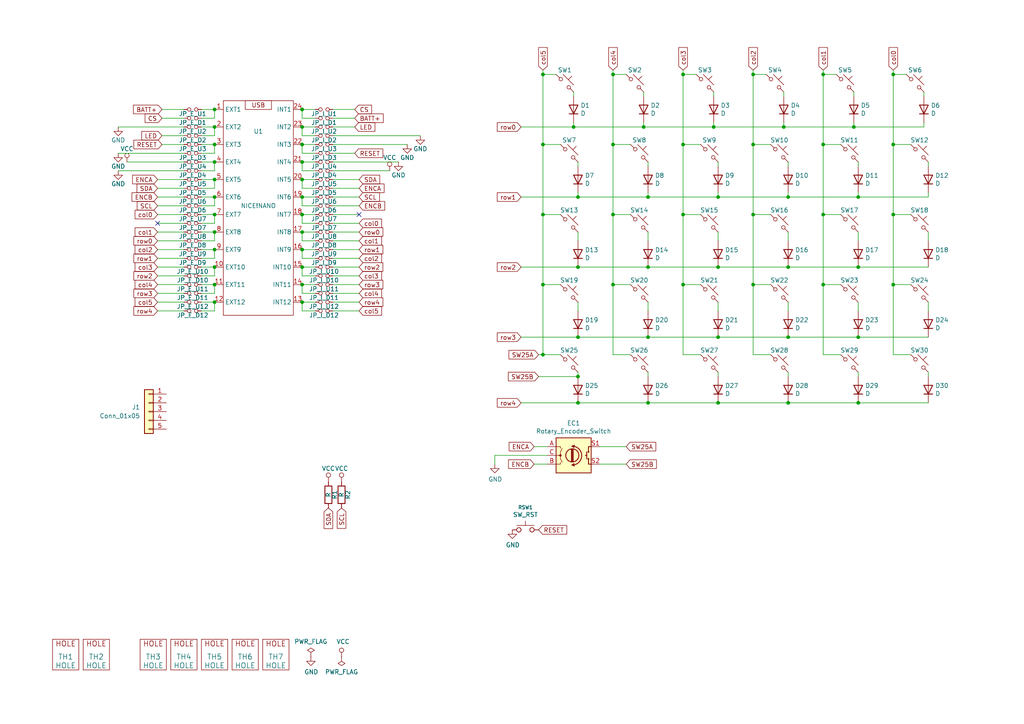
<source format=kicad_sch>
(kicad_sch (version 20230121) (generator eeschema)
  (paper "A4")
  (junction (at 228.6 57.15))
  (junction (at 238.76 62.23))
  (junction (at 87.63 72.39))
  (junction (at 167.64 97.79))
  (junction (at 62.23 67.31))
  (junction (at 87.63 57.15))
  (junction (at 259.08 41.91))
  (junction (at 198.12 82.55))
  (junction (at 218.44 82.55))
  (junction (at 198.12 62.23))
  (junction (at 228.6 77.47))
  (junction (at 87.63 82.55))
  (junction (at 177.8 21.59))
  (junction (at 62.23 62.23))
  (junction (at 259.08 82.55))
  (junction (at 87.63 62.23))
  (junction (at 62.23 36.83))
  (junction (at 248.92 57.15))
  (junction (at 62.23 77.47))
  (junction (at 218.44 62.23))
  (junction (at 167.64 77.47))
  (junction (at 248.92 116.84))
  (junction (at 62.23 72.39))
  (junction (at 238.76 21.59))
  (junction (at 166.37 36.83))
  (junction (at 248.92 97.79))
  (junction (at 248.92 77.47))
  (junction (at 157.48 82.55))
  (junction (at 187.96 57.15))
  (junction (at 62.23 46.99))
  (junction (at 87.63 46.99))
  (junction (at 87.63 31.75))
  (junction (at 238.76 41.91))
  (junction (at 62.23 82.55))
  (junction (at 167.64 57.15))
  (junction (at 87.63 36.83))
  (junction (at 247.65 36.83))
  (junction (at 62.23 57.15))
  (junction (at 218.44 21.59))
  (junction (at 238.76 82.55))
  (junction (at 208.28 97.79))
  (junction (at 208.28 77.47))
  (junction (at 228.6 97.79))
  (junction (at 157.48 41.91))
  (junction (at 198.12 21.59))
  (junction (at 208.28 116.84))
  (junction (at 198.12 41.91))
  (junction (at 62.23 87.63))
  (junction (at 187.96 77.47))
  (junction (at 87.63 41.91))
  (junction (at 187.96 97.79))
  (junction (at 177.8 82.55))
  (junction (at 157.48 62.23))
  (junction (at 157.48 21.59))
  (junction (at 207.01 36.83))
  (junction (at 187.96 116.84))
  (junction (at 167.64 109.22))
  (junction (at 87.63 87.63))
  (junction (at 87.63 52.07))
  (junction (at 177.8 62.23))
  (junction (at 259.08 62.23))
  (junction (at 228.6 116.84))
  (junction (at 167.64 116.84))
  (junction (at 208.28 57.15))
  (junction (at 62.23 52.07))
  (junction (at 87.63 67.31))
  (junction (at 157.48 102.87))
  (junction (at 62.23 41.91))
  (junction (at 218.44 41.91))
  (junction (at 227.33 36.83))
  (junction (at 186.69 36.83))
  (junction (at 259.08 21.59))
  (junction (at 62.23 31.75))
  (junction (at 177.8 41.91))
  (junction (at 87.63 77.47))
  (no_connect (at 104.14 62.23))
  (no_connect (at 45.72 64.77))
  (wire (pts (xy 248.92 116.84) (xy 269.24 116.84)))
  (wire (pts (xy 186.69 26.67) (xy 186.69 27.94)))
  (wire (pts (xy 96.52 34.29) (xy 102.87 34.29)))
  (wire (pts (xy 259.08 82.55) (xy 264.16 82.55)))
  (wire (pts (xy 248.92 87.63) (xy 248.92 90.17)))
  (wire (pts (xy 91.44 44.45) (xy 87.63 44.45)))
  (wire (pts (xy 91.44 90.17) (xy 87.63 90.17)))
  (wire (pts (xy 259.08 82.55) (xy 259.08 102.87)))
  (wire (pts (xy 87.63 82.55) (xy 91.44 82.55)))
  (wire (pts (xy 91.44 80.01) (xy 87.63 80.01)))
  (wire (pts (xy 58.42 64.77) (xy 62.23 64.77)))
  (wire (pts (xy 45.72 72.39) (xy 53.34 72.39)))
  (wire (pts (xy 58.42 57.15) (xy 62.23 57.15)))
  (wire (pts (xy 87.63 62.23) (xy 91.44 62.23)))
  (wire (pts (xy 177.8 21.59) (xy 177.8 41.91)))
  (wire (pts (xy 167.64 77.47) (xy 151.13 77.47)))
  (wire (pts (xy 269.24 55.88) (xy 269.24 57.15)))
  (wire (pts (xy 162.56 102.87) (xy 157.48 102.87)))
  (wire (pts (xy 269.24 67.31) (xy 269.24 69.85)))
  (wire (pts (xy 259.08 41.91) (xy 264.16 41.91)))
  (wire (pts (xy 208.28 48.26) (xy 208.28 46.99)))
  (wire (pts (xy 198.12 21.59) (xy 198.12 41.91)))
  (wire (pts (xy 58.42 36.83) (xy 62.23 36.83)))
  (wire (pts (xy 166.37 36.83) (xy 151.13 36.83)))
  (wire (pts (xy 62.23 80.01) (xy 62.23 77.47)))
  (wire (pts (xy 218.44 82.55) (xy 223.52 82.55)))
  (wire (pts (xy 269.24 87.63) (xy 269.24 90.17)))
  (wire (pts (xy 58.42 59.69) (xy 62.23 59.69)))
  (wire (pts (xy 45.72 74.93) (xy 53.34 74.93)))
  (wire (pts (xy 207.01 35.56) (xy 207.01 36.83)))
  (wire (pts (xy 154.94 129.54) (xy 158.75 129.54)))
  (wire (pts (xy 87.63 74.93) (xy 87.63 72.39)))
  (wire (pts (xy 166.37 35.56) (xy 166.37 36.83)))
  (wire (pts (xy 96.52 74.93) (xy 104.14 74.93)))
  (wire (pts (xy 45.72 80.01) (xy 53.34 80.01)))
  (wire (pts (xy 96.52 87.63) (xy 104.14 87.63)))
  (wire (pts (xy 259.08 62.23) (xy 259.08 82.55)))
  (wire (pts (xy 96.52 80.01) (xy 104.14 80.01)))
  (wire (pts (xy 58.42 77.47) (xy 62.23 77.47)))
  (wire (pts (xy 45.72 54.61) (xy 53.34 54.61)))
  (wire (pts (xy 247.65 26.67) (xy 247.65 27.94)))
  (wire (pts (xy 157.48 41.91) (xy 157.48 62.23)))
  (wire (pts (xy 58.42 87.63) (xy 62.23 87.63)))
  (wire (pts (xy 96.52 36.83) (xy 102.87 36.83)))
  (wire (pts (xy 87.63 67.31) (xy 91.44 67.31)))
  (wire (pts (xy 87.63 46.99) (xy 87.63 49.53)))
  (wire (pts (xy 58.42 80.01) (xy 62.23 80.01)))
  (wire (pts (xy 87.63 54.61) (xy 87.63 52.07)))
  (wire (pts (xy 104.14 62.23) (xy 96.52 62.23)))
  (wire (pts (xy 208.28 87.63) (xy 208.28 90.17)))
  (wire (pts (xy 87.63 46.99) (xy 91.44 46.99)))
  (wire (pts (xy 228.6 57.15) (xy 248.92 57.15)))
  (wire (pts (xy 96.52 31.75) (xy 102.87 31.75)))
  (wire (pts (xy 45.72 77.47) (xy 53.34 77.47)))
  (wire (pts (xy 238.76 41.91) (xy 243.84 41.91)))
  (wire (pts (xy 45.72 52.07) (xy 53.34 52.07)))
  (wire (pts (xy 218.44 41.91) (xy 218.44 62.23)))
  (wire (pts (xy 208.28 97.79) (xy 228.6 97.79)))
  (wire (pts (xy 58.42 31.75) (xy 62.23 31.75)))
  (wire (pts (xy 45.72 90.17) (xy 53.34 90.17)))
  (wire (pts (xy 157.48 21.59) (xy 157.48 41.91)))
  (wire (pts (xy 187.96 67.31) (xy 187.96 69.85)))
  (wire (pts (xy 259.08 20.32) (xy 259.08 21.59)))
  (wire (pts (xy 198.12 41.91) (xy 198.12 62.23)))
  (wire (pts (xy 208.28 116.84) (xy 228.6 116.84)))
  (wire (pts (xy 157.48 102.87) (xy 157.48 82.55)))
  (wire (pts (xy 154.94 134.62) (xy 158.75 134.62)))
  (wire (pts (xy 228.6 97.79) (xy 248.92 97.79)))
  (wire (pts (xy 243.84 102.87) (xy 238.76 102.87)))
  (wire (pts (xy 96.52 57.15) (xy 104.14 57.15)))
  (wire (pts (xy 62.23 59.69) (xy 62.23 57.15)))
  (wire (pts (xy 157.48 62.23) (xy 157.48 82.55)))
  (wire (pts (xy 62.23 34.29) (xy 62.23 31.75)))
  (wire (pts (xy 247.65 35.56) (xy 247.65 36.83)))
  (wire (pts (xy 259.08 21.59) (xy 259.08 41.91)))
  (wire (pts (xy 208.28 67.31) (xy 208.28 69.85)))
  (wire (pts (xy 167.64 87.63) (xy 167.64 90.17)))
  (wire (pts (xy 167.64 55.88) (xy 167.64 57.15)))
  (wire (pts (xy 96.52 59.69) (xy 104.14 59.69)))
  (wire (pts (xy 34.29 36.83) (xy 53.34 36.83)))
  (wire (pts (xy 58.42 39.37) (xy 62.23 39.37)))
  (wire (pts (xy 58.42 72.39) (xy 62.23 72.39)))
  (wire (pts (xy 238.76 82.55) (xy 243.84 82.55)))
  (wire (pts (xy 45.72 85.09) (xy 53.34 85.09)))
  (wire (pts (xy 248.92 77.47) (xy 269.24 77.47)))
  (wire (pts (xy 46.99 39.37) (xy 53.34 39.37)))
  (wire (pts (xy 87.63 80.01) (xy 87.63 77.47)))
  (wire (pts (xy 45.72 62.23) (xy 53.34 62.23)))
  (wire (pts (xy 238.76 62.23) (xy 243.84 62.23)))
  (wire (pts (xy 228.6 67.31) (xy 228.6 69.85)))
  (wire (pts (xy 218.44 21.59) (xy 218.44 41.91)))
  (wire (pts (xy 177.8 41.91) (xy 182.88 41.91)))
  (wire (pts (xy 248.92 48.26) (xy 248.92 46.99)))
  (wire (pts (xy 187.96 87.63) (xy 187.96 90.17)))
  (wire (pts (xy 177.8 21.59) (xy 181.61 21.59)))
  (wire (pts (xy 198.12 102.87) (xy 203.2 102.87)))
  (wire (pts (xy 45.72 57.15) (xy 53.34 57.15)))
  (wire (pts (xy 269.24 48.26) (xy 269.24 46.99)))
  (wire (pts (xy 157.48 62.23) (xy 162.56 62.23)))
  (wire (pts (xy 259.08 21.59) (xy 262.89 21.59)))
  (wire (pts (xy 218.44 21.59) (xy 222.25 21.59)))
  (wire (pts (xy 187.96 116.84) (xy 208.28 116.84)))
  (wire (pts (xy 58.42 49.53) (xy 62.23 49.53)))
  (wire (pts (xy 87.63 72.39) (xy 91.44 72.39)))
  (wire (pts (xy 96.52 69.85) (xy 104.14 69.85)))
  (wire (pts (xy 259.08 41.91) (xy 259.08 62.23)))
  (wire (pts (xy 228.6 87.63) (xy 228.6 90.17)))
  (wire (pts (xy 207.01 36.83) (xy 227.33 36.83)))
  (wire (pts (xy 198.12 62.23) (xy 203.2 62.23)))
  (wire (pts (xy 91.44 74.93) (xy 87.63 74.93)))
  (wire (pts (xy 248.92 55.88) (xy 248.92 57.15)))
  (wire (pts (xy 173.99 129.54) (xy 181.61 129.54)))
  (wire (pts (xy 238.76 82.55) (xy 238.76 102.87)))
  (wire (pts (xy 269.24 57.15) (xy 248.92 57.15)))
  (wire (pts (xy 96.52 41.91) (xy 118.11 41.91)))
  (wire (pts (xy 96.52 64.77) (xy 104.14 64.77)))
  (wire (pts (xy 177.8 82.55) (xy 177.8 102.87)))
  (wire (pts (xy 62.23 54.61) (xy 62.23 52.07)))
  (wire (pts (xy 218.44 20.32) (xy 218.44 21.59)))
  (wire (pts (xy 91.44 59.69) (xy 87.63 59.69)))
  (wire (pts (xy 156.21 102.87) (xy 157.48 102.87)))
  (wire (pts (xy 62.23 39.37) (xy 62.23 36.83)))
  (wire (pts (xy 166.37 36.83) (xy 186.69 36.83)))
  (wire (pts (xy 45.72 64.77) (xy 53.34 64.77)))
  (wire (pts (xy 167.64 57.15) (xy 187.96 57.15)))
  (wire (pts (xy 187.96 107.95) (xy 187.96 109.22)))
  (wire (pts (xy 58.42 34.29) (xy 62.23 34.29)))
  (wire (pts (xy 62.23 90.17) (xy 62.23 87.63)))
  (wire (pts (xy 218.44 62.23) (xy 218.44 82.55)))
  (wire (pts (xy 62.23 64.77) (xy 62.23 62.23)))
  (wire (pts (xy 96.52 67.31) (xy 104.14 67.31)))
  (wire (pts (xy 156.21 109.22) (xy 167.64 109.22)))
  (wire (pts (xy 207.01 26.67) (xy 207.01 27.94)))
  (wire (pts (xy 238.76 20.32) (xy 238.76 21.59)))
  (wire (pts (xy 96.52 52.07) (xy 104.14 52.07)))
  (wire (pts (xy 91.44 54.61) (xy 87.63 54.61)))
  (wire (pts (xy 58.42 54.61) (xy 62.23 54.61)))
  (wire (pts (xy 198.12 20.32) (xy 198.12 21.59)))
  (wire (pts (xy 87.63 39.37) (xy 87.63 36.83)))
  (wire (pts (xy 177.8 62.23) (xy 182.88 62.23)))
  (wire (pts (xy 267.97 36.83) (xy 247.65 36.83)))
  (wire (pts (xy 157.48 20.32) (xy 157.48 21.59)))
  (wire (pts (xy 227.33 35.56) (xy 227.33 36.83)))
  (wire (pts (xy 46.99 31.75) (xy 53.34 31.75)))
  (wire (pts (xy 227.33 36.83) (xy 247.65 36.83)))
  (wire (pts (xy 87.63 69.85) (xy 87.63 67.31)))
  (wire (pts (xy 91.44 34.29) (xy 87.63 34.29)))
  (wire (pts (xy 267.97 36.83) (xy 267.97 35.56)))
  (wire (pts (xy 228.6 116.84) (xy 248.92 116.84)))
  (wire (pts (xy 58.42 52.07) (xy 62.23 52.07)))
  (wire (pts (xy 177.8 20.32) (xy 177.8 21.59)))
  (wire (pts (xy 157.48 21.59) (xy 161.29 21.59)))
  (wire (pts (xy 248.92 107.95) (xy 248.92 109.22)))
  (wire (pts (xy 58.42 82.55) (xy 62.23 82.55)))
  (wire (pts (xy 269.24 107.95) (xy 269.24 109.22)))
  (wire (pts (xy 228.6 48.26) (xy 228.6 46.99)))
  (wire (pts (xy 91.44 64.77) (xy 87.63 64.77)))
  (wire (pts (xy 58.42 46.99) (xy 62.23 46.99)))
  (wire (pts (xy 62.23 82.55) (xy 62.23 85.09)))
  (wire (pts (xy 96.52 54.61) (xy 104.14 54.61)))
  (wire (pts (xy 198.12 82.55) (xy 198.12 102.87)))
  (wire (pts (xy 87.63 85.09) (xy 87.63 82.55)))
  (wire (pts (xy 186.69 36.83) (xy 207.01 36.83)))
  (wire (pts (xy 96.52 72.39) (xy 104.14 72.39)))
  (wire (pts (xy 259.08 62.23) (xy 264.16 62.23)))
  (wire (pts (xy 87.63 41.91) (xy 91.44 41.91)))
  (wire (pts (xy 177.8 62.23) (xy 177.8 82.55)))
  (wire (pts (xy 58.42 74.93) (xy 62.23 74.93)))
  (wire (pts (xy 218.44 82.55) (xy 218.44 102.87)))
  (wire (pts (xy 158.75 132.08) (xy 143.51 132.08)))
  (wire (pts (xy 248.92 97.79) (xy 269.24 97.79)))
  (wire (pts (xy 187.96 55.88) (xy 187.96 57.15)))
  (wire (pts (xy 167.64 107.95) (xy 167.64 109.22)))
  (wire (pts (xy 46.99 41.91) (xy 53.34 41.91)))
  (wire (pts (xy 167.64 97.79) (xy 151.13 97.79)))
  (wire (pts (xy 36.83 46.99) (xy 53.34 46.99)))
  (wire (pts (xy 58.42 67.31) (xy 62.23 67.31)))
  (wire (pts (xy 91.44 39.37) (xy 87.63 39.37)))
  (wire (pts (xy 177.8 102.87) (xy 182.88 102.87)))
  (wire (pts (xy 151.13 116.84) (xy 167.64 116.84)))
  (wire (pts (xy 167.64 57.15) (xy 151.13 57.15)))
  (wire (pts (xy 187.96 57.15) (xy 208.28 57.15)))
  (wire (pts (xy 166.37 26.67) (xy 166.37 27.94)))
  (wire (pts (xy 228.6 107.95) (xy 228.6 109.22)))
  (wire (pts (xy 96.52 44.45) (xy 102.87 44.45)))
  (wire (pts (xy 198.12 21.59) (xy 201.93 21.59)))
  (wire (pts (xy 58.42 44.45) (xy 62.23 44.45)))
  (wire (pts (xy 177.8 82.55) (xy 182.88 82.55)))
  (wire (pts (xy 58.42 85.09) (xy 62.23 85.09)))
  (wire (pts (xy 218.44 102.87) (xy 223.52 102.87)))
  (wire (pts (xy 87.63 59.69) (xy 87.63 57.15)))
  (wire (pts (xy 187.96 97.79) (xy 208.28 97.79)))
  (wire (pts (xy 157.48 82.55) (xy 162.56 82.55)))
  (wire (pts (xy 198.12 82.55) (xy 203.2 82.55)))
  (wire (pts (xy 248.92 67.31) (xy 248.92 69.85)))
  (wire (pts (xy 167.64 67.31) (xy 167.64 69.85)))
  (wire (pts (xy 157.48 41.91) (xy 162.56 41.91)))
  (wire (pts (xy 96.52 39.37) (xy 121.92 39.37)))
  (wire (pts (xy 208.28 77.47) (xy 228.6 77.47)))
  (wire (pts (xy 62.23 74.93) (xy 62.23 72.39)))
  (wire (pts (xy 96.52 49.53) (xy 113.03 49.53)))
  (wire (pts (xy 87.63 57.15) (xy 91.44 57.15)))
  (wire (pts (xy 259.08 102.87) (xy 264.16 102.87)))
  (wire (pts (xy 228.6 77.47) (xy 248.92 77.47)))
  (wire (pts (xy 58.42 41.91) (xy 62.23 41.91)))
  (wire (pts (xy 87.63 31.75) (xy 87.63 34.29)))
  (wire (pts (xy 87.63 77.47) (xy 91.44 77.47)))
  (wire (pts (xy 46.99 34.29) (xy 53.34 34.29)))
  (wire (pts (xy 187.96 77.47) (xy 208.28 77.47)))
  (wire (pts (xy 91.44 69.85) (xy 87.63 69.85)))
  (wire (pts (xy 228.6 55.88) (xy 228.6 57.15)))
  (wire (pts (xy 58.42 90.17) (xy 62.23 90.17)))
  (wire (pts (xy 167.64 77.47) (xy 187.96 77.47)))
  (wire (pts (xy 96.52 82.55) (xy 104.14 82.55)))
  (wire (pts (xy 87.63 87.63) (xy 91.44 87.63)))
  (wire (pts (xy 96.52 85.09) (xy 104.14 85.09)))
  (wire (pts (xy 58.42 62.23) (xy 62.23 62.23)))
  (wire (pts (xy 173.99 134.62) (xy 181.61 134.62)))
  (wire (pts (xy 208.28 57.15) (xy 228.6 57.15)))
  (wire (pts (xy 167.64 116.84) (xy 187.96 116.84)))
  (wire (pts (xy 238.76 21.59) (xy 242.57 21.59)))
  (wire (pts (xy 87.63 64.77) (xy 87.63 62.23)))
  (wire (pts (xy 238.76 62.23) (xy 238.76 82.55)))
  (wire (pts (xy 62.23 49.53) (xy 62.23 46.99)))
  (wire (pts (xy 62.23 44.45) (xy 62.23 41.91)))
  (wire (pts (xy 198.12 41.91) (xy 203.2 41.91)))
  (wire (pts (xy 34.29 44.45) (xy 53.34 44.45)))
  (wire (pts (xy 186.69 35.56) (xy 186.69 36.83)))
  (wire (pts (xy 177.8 41.91) (xy 177.8 62.23)))
  (wire (pts (xy 208.28 107.95) (xy 208.28 109.22)))
  (wire (pts (xy 87.63 90.17) (xy 87.63 87.63)))
  (wire (pts (xy 167.64 48.26) (xy 167.64 46.99)))
  (wire (pts (xy 218.44 41.91) (xy 223.52 41.91)))
  (wire (pts (xy 45.72 87.63) (xy 53.34 87.63)))
  (wire (pts (xy 45.72 69.85) (xy 53.34 69.85)))
  (wire (pts (xy 267.97 26.67) (xy 267.97 27.94)))
  (wire (pts (xy 45.72 59.69) (xy 53.34 59.69)))
  (wire (pts (xy 62.23 69.85) (xy 62.23 67.31)))
  (wire (pts (xy 96.52 46.99) (xy 115.57 46.99)))
  (wire (pts (xy 143.51 132.08) (xy 143.51 134.62)))
  (wire (pts (xy 87.63 36.83) (xy 91.44 36.83)))
  (wire (pts (xy 218.44 62.23) (xy 223.52 62.23)))
  (wire (pts (xy 91.44 85.09) (xy 87.63 85.09)))
  (wire (pts (xy 87.63 31.75) (xy 91.44 31.75)))
  (wire (pts (xy 238.76 21.59) (xy 238.76 41.91)))
  (wire (pts (xy 208.28 55.88) (xy 208.28 57.15)))
  (wire (pts (xy 187.96 48.26) (xy 187.96 46.99)))
  (wire (pts (xy 187.96 97.79) (xy 167.64 97.79)))
  (wire (pts (xy 96.52 90.17) (xy 104.14 90.17)))
  (wire (pts (xy 238.76 41.91) (xy 238.76 62.23)))
  (wire (pts (xy 227.33 26.67) (xy 227.33 27.94)))
  (wire (pts (xy 45.72 82.55) (xy 53.34 82.55)))
  (wire (pts (xy 198.12 62.23) (xy 198.12 82.55)))
  (wire (pts (xy 45.72 67.31) (xy 53.34 67.31)))
  (wire (pts (xy 87.63 52.07) (xy 91.44 52.07)))
  (wire (pts (xy 58.42 69.85) (xy 62.23 69.85)))
  (wire (pts (xy 34.29 49.53) (xy 53.34 49.53)))
  (wire (pts (xy 96.52 77.47) (xy 104.14 77.47)))
  (wire (pts (xy 87.63 44.45) (xy 87.63 41.91)))
  (wire (pts (xy 91.44 49.53) (xy 87.63 49.53)))
  (global_label "row4" (shape input) (at 45.72 90.17 180) (property "Intersheetrefs" "${INTERSHEET_REFS}" (effects hide)))
  (global_label "col5" (shape input) (at 45.72 87.63 180) (property "Intersheetrefs" "${INTERSHEET_REFS}" (effects hide)))
  (global_label "row2" (shape input) (at 104.14 77.47 0) (property "Intersheetrefs" "${INTERSHEET_REFS}" (effects hide)))
  (global_label "SW25B" (shape input) (at 156.21 109.22 180) (property "Intersheetrefs" "${INTERSHEET_REFS}" (effects hide)))
  (global_label "RESET" (shape input) (at 46.99 41.91 180) (property "Intersheetrefs" "${INTERSHEET_REFS}" (effects hide)))
  (global_label "SDA" (shape input) (at 104.14 52.07 0) (property "Intersheetrefs" "${INTERSHEET_REFS}" (effects hide)))
  (global_label "col0" (shape input) (at 259.08 20.32 90) (property "Intersheetrefs" "${INTERSHEET_REFS}" (effects hide)))
  (global_label "SCL" (shape input) (at 104.14 57.15 0) (property "Intersheetrefs" "${INTERSHEET_REFS}" (effects hide)))
  (global_label "col2" (shape input) (at 218.44 20.32 90) (property "Intersheetrefs" "${INTERSHEET_REFS}" (effects hide)))
  (global_label "SW25A" (shape input) (at 156.21 102.87 180) (property "Intersheetrefs" "${INTERSHEET_REFS}" (effects hide)))
  (global_label "CS" (shape input) (at 46.99 34.29 180) (property "Intersheetrefs" "${INTERSHEET_REFS}" (effects hide)))
  (global_label "ENCB" (shape input) (at 154.94 134.62 180) (property "Intersheetrefs" "${INTERSHEET_REFS}" (effects hide)))
  (global_label "ENCA" (shape input) (at 104.14 54.61 0) (property "Intersheetrefs" "${INTERSHEET_REFS}" (effects hide)))
  (global_label "RESET" (shape input) (at 102.87 44.45 0) (property "Intersheetrefs" "${INTERSHEET_REFS}" (effects hide)))
  (global_label "row1" (shape input) (at 104.14 72.39 0) (property "Intersheetrefs" "${INTERSHEET_REFS}" (effects hide)))
  (global_label "col2" (shape input) (at 104.14 74.93 0) (property "Intersheetrefs" "${INTERSHEET_REFS}" (effects hide)))
  (global_label "col1" (shape input) (at 238.76 20.32 90) (property "Intersheetrefs" "${INTERSHEET_REFS}" (effects hide)))
  (global_label "SW25B" (shape input) (at 181.61 134.62 0) (property "Intersheetrefs" "${INTERSHEET_REFS}" (effects hide)))
  (global_label "row4" (shape input) (at 151.13 116.84 180) (property "Intersheetrefs" "${INTERSHEET_REFS}" (effects hide)))
  (global_label "col0" (shape input) (at 45.72 62.23 180) (property "Intersheetrefs" "${INTERSHEET_REFS}" (effects hide)))
  (global_label "row3" (shape input) (at 151.13 97.79 180) (property "Intersheetrefs" "${INTERSHEET_REFS}" (effects hide)))
  (global_label "row0" (shape input) (at 104.14 67.31 0) (property "Intersheetrefs" "${INTERSHEET_REFS}" (effects hide)))
  (global_label "ENCA" (shape input) (at 154.94 129.54 180) (property "Intersheetrefs" "${INTERSHEET_REFS}" (effects hide)))
  (global_label "col5" (shape input) (at 104.14 90.17 0) (property "Intersheetrefs" "${INTERSHEET_REFS}" (effects hide)))
  (global_label "LED" (shape input) (at 102.87 36.83 0) (property "Intersheetrefs" "${INTERSHEET_REFS}" (effects hide)))
  (global_label "row2" (shape input) (at 45.72 80.01 180) (property "Intersheetrefs" "${INTERSHEET_REFS}" (effects hide)))
  (global_label "col3" (shape input) (at 104.14 80.01 0) (property "Intersheetrefs" "${INTERSHEET_REFS}" (effects hide)))
  (global_label "row0" (shape input) (at 45.72 69.85 180) (property "Intersheetrefs" "${INTERSHEET_REFS}" (effects hide)))
  (global_label "row0" (shape input) (at 151.13 36.83 180) (property "Intersheetrefs" "${INTERSHEET_REFS}" (effects hide)))
  (global_label "col2" (shape input) (at 45.72 72.39 180) (property "Intersheetrefs" "${INTERSHEET_REFS}" (effects hide)))
  (global_label "SDA" (shape input) (at 95.25 147.32 270) (property "Intersheetrefs" "${INTERSHEET_REFS}" (effects hide)))
  (global_label "col5" (shape input) (at 157.48 20.32 90) (property "Intersheetrefs" "${INTERSHEET_REFS}" (effects hide)))
  (global_label "row3" (shape input) (at 45.72 85.09 180) (property "Intersheetrefs" "${INTERSHEET_REFS}" (effects hide)))
  (global_label "col4" (shape input) (at 45.72 82.55 180) (property "Intersheetrefs" "${INTERSHEET_REFS}" (effects hide)))
  (global_label "BATT+" (shape input) (at 102.87 34.29 0) (property "Intersheetrefs" "${INTERSHEET_REFS}" (effects hide)))
  (global_label "row3" (shape input) (at 104.14 82.55 0) (property "Intersheetrefs" "${INTERSHEET_REFS}" (effects hide)))
  (global_label "SCL" (shape input) (at 99.06 147.32 270) (property "Intersheetrefs" "${INTERSHEET_REFS}" (effects hide)))
  (global_label "RESET" (shape input) (at 156.21 153.67 0) (property "Intersheetrefs" "${INTERSHEET_REFS}" (effects hide)))
  (global_label "BATT+" (shape input) (at 46.99 31.75 180) (property "Intersheetrefs" "${INTERSHEET_REFS}" (effects hide)))
  (global_label "col1" (shape input) (at 45.72 67.31 180) (property "Intersheetrefs" "${INTERSHEET_REFS}" (effects hide)))
  (global_label "CS" (shape input) (at 102.87 31.75 0) (property "Intersheetrefs" "${INTERSHEET_REFS}" (effects hide)))
  (global_label "col3" (shape input) (at 45.72 77.47 180) (property "Intersheetrefs" "${INTERSHEET_REFS}" (effects hide)))
  (global_label "col1" (shape input) (at 104.14 69.85 0) (property "Intersheetrefs" "${INTERSHEET_REFS}" (effects hide)))
  (global_label "SDA" (shape input) (at 45.72 54.61 180) (property "Intersheetrefs" "${INTERSHEET_REFS}" (effects hide)))
  (global_label "col4" (shape input) (at 177.8 20.32 90) (property "Intersheetrefs" "${INTERSHEET_REFS}" (effects hide)))
  (global_label "row1" (shape input) (at 151.13 57.15 180) (property "Intersheetrefs" "${INTERSHEET_REFS}" (effects hide)))
  (global_label "ENCB" (shape input) (at 45.72 57.15 180) (property "Intersheetrefs" "${INTERSHEET_REFS}" (effects hide)))
  (global_label "ENCA" (shape input) (at 45.72 52.07 180) (property "Intersheetrefs" "${INTERSHEET_REFS}" (effects hide)))
  (global_label "col4" (shape input) (at 104.14 85.09 0) (property "Intersheetrefs" "${INTERSHEET_REFS}" (effects hide)))
  (global_label "LED" (shape input) (at 46.99 39.37 180) (property "Intersheetrefs" "${INTERSHEET_REFS}" (effects hide)))
  (global_label "ENCB" (shape input) (at 104.14 59.69 0) (property "Intersheetrefs" "${INTERSHEET_REFS}" (effects hide)))
  (global_label "SW25A" (shape input) (at 181.61 129.54 0) (property "Intersheetrefs" "${INTERSHEET_REFS}" (effects hide)))
  (global_label "SCL" (shape input) (at 45.72 59.69 180) (property "Intersheetrefs" "${INTERSHEET_REFS}" (effects hide)))
  (global_label "row4" (shape input) (at 104.14 87.63 0) (property "Intersheetrefs" "${INTERSHEET_REFS}" (effects hide)))
  (global_label "col0" (shape input) (at 104.14 64.77 0) (property "Intersheetrefs" "${INTERSHEET_REFS}" (effects hide)))
  (global_label "row2" (shape input) (at 151.13 77.47 180) (property "Intersheetrefs" "${INTERSHEET_REFS}" (effects hide)))
  (global_label "col3" (shape input) (at 198.12 20.32 90) (property "Intersheetrefs" "${INTERSHEET_REFS}" (effects hide)))
  (global_label "row1" (shape input) (at 45.72 74.93 180) (property "Intersheetrefs" "${INTERSHEET_REFS}" (effects hide)))
  (symbol (lib_id "ScottoKeebs:Placeholder_Keyswitch") (at 185.42 105.41 0) (unit 1)
    (property "Reference" "SW26" (at 185.42 101.6 0))
    (property "Value" "SW26" (effects hide))
    (property "Footprint" "Mechanical_Switches:SW_MXHS_CHOCV1V2HS_1.5U" (effects hide))
  )
  (symbol (lib_id "ScottoKeebs:Placeholder_Keyswitch") (at 163.83 24.13 0) (unit 1)
    (property "Reference" "SW1" (at 163.83 20.32 0))
    (property "Value" "SW1" (effects hide))
    (property "Footprint" "Mechanical_Switches:SW_MXHS_CHOCV1V2HS_1U" (effects hide))
  )
  (symbol (lib_id "ScottoKeebs:Placeholder_Diode") (at 166.37 31.75 90) (unit 1)
    (property "Reference" "D1" (at 168.3766 30.5816 90) (effects (justify right)))
    (property "Value" "D" (at 168.3766 32.893 90) (effects (justify right)))
    (property "Footprint" "Mechanical_Switches:Diode_SOD-123(dual side)" (effects hide))
    (property "Sim.Device" "D" (effects hide))
    (property "Sim.Pins" "1=K 2=A" (effects hide))
  )
  (symbol (lib_id "ScottoKeebs:Placeholder_Keyswitch") (at 184.15 24.13 0) (unit 1)
    (property "Reference" "SW2" (at 184.15 20.32 0))
    (property "Value" "SW2" (effects hide))
    (property "Footprint" "Mechanical_Switches:SW_MXHS_CHOCV1V2HS_1U" (effects hide))
  )
  (symbol (lib_id "ScottoKeebs:Placeholder_Diode") (at 186.69 31.75 90) (unit 1)
    (property "Reference" "D2" (at 188.6966 30.5816 90) (effects (justify right)))
    (property "Value" "D" (at 188.6966 32.893 90) (effects (justify right)))
    (property "Footprint" "Mechanical_Switches:Diode_SOD-123(dual side)" (effects hide))
    (property "Sim.Device" "D" (effects hide))
    (property "Sim.Pins" "1=K 2=A" (effects hide))
  )
  (symbol (lib_id "ScottoKeebs:Placeholder_Keyswitch") (at 204.47 24.13 0) (unit 1)
    (property "Reference" "SW3" (at 204.47 20.32 0))
    (property "Value" "SW3" (effects hide))
    (property "Footprint" "Mechanical_Switches:SW_MXHS_CHOCV1V2HS_1U" (effects hide))
  )
  (symbol (lib_id "ScottoKeebs:Placeholder_Diode") (at 207.01 31.75 90) (unit 1)
    (property "Reference" "D3" (at 209.0166 30.5816 90) (effects (justify right)))
    (property "Value" "D" (at 209.0166 32.893 90) (effects (justify right)))
    (property "Footprint" "Mechanical_Switches:Diode_SOD-123(dual side)" (effects hide))
    (property "Sim.Device" "D" (effects hide))
    (property "Sim.Pins" "1=K 2=A" (effects hide))
  )
  (symbol (lib_id "ScottoKeebs:Placeholder_Keyswitch") (at 224.79 24.13 0) (unit 1)
    (property "Reference" "SW4" (at 224.79 20.32 0))
    (property "Value" "SW4" (effects hide))
    (property "Footprint" "Mechanical_Switches:SW_MXHS_CHOCV1V2HS_1U" (effects hide))
  )
  (symbol (lib_id "ScottoKeebs:Placeholder_Diode") (at 227.33 31.75 90) (unit 1)
    (property "Reference" "D4" (at 229.3366 30.5816 90) (effects (justify right)))
    (property "Value" "D" (at 229.3366 32.893 90) (effects (justify right)))
    (property "Footprint" "Mechanical_Switches:Diode_SOD-123(dual side)" (effects hide))
    (property "Sim.Device" "D" (effects hide))
    (property "Sim.Pins" "1=K 2=A" (effects hide))
  )
  (symbol (lib_id "ScottoKeebs:Placeholder_Keyswitch") (at 245.11 24.13 0) (unit 1)
    (property "Reference" "SW5" (at 245.11 20.32 0))
    (property "Value" "SW5" (effects hide))
    (property "Footprint" "Mechanical_Switches:SW_MXHS_CHOCV1V2HS_1U" (effects hide))
  )
  (symbol (lib_id "ScottoKeebs:Placeholder_Diode") (at 247.65 31.75 90) (unit 1)
    (property "Reference" "D5" (at 249.6566 30.5816 90) (effects (justify right)))
    (property "Value" "D" (at 249.6566 32.893 90) (effects (justify right)))
    (property "Footprint" "Mechanical_Switches:Diode_SOD-123(dual side)" (effects hide))
    (property "Sim.Device" "D" (effects hide))
    (property "Sim.Pins" "1=K 2=A" (effects hide))
  )
  (symbol (lib_id "ScottoKeebs:Placeholder_Keyswitch") (at 265.43 24.13 0) (unit 1)
    (property "Reference" "SW6" (at 265.43 20.32 0))
    (property "Value" "SW6" (effects hide))
    (property "Footprint" "Mechanical_Switches:SW_MXHS_CHOCV1V2HS_1U" (effects hide))
  )
  (symbol (lib_id "ScottoKeebs:Placeholder_Diode") (at 267.97 31.75 90) (unit 1)
    (property "Reference" "D6" (at 269.9766 30.5816 90) (effects (justify right)))
    (property "Value" "D" (at 269.9766 32.893 90) (effects (justify right)))
    (property "Footprint" "Mechanical_Switches:Diode_SOD-123(dual side)" (effects hide))
    (property "Sim.Device" "D" (effects hide))
    (property "Sim.Pins" "1=K 2=A" (effects hide))
  )
  (symbol (lib_id "ScottoKeebs:Placeholder_Keyswitch") (at 185.42 44.45 0) (unit 1)
    (property "Reference" "SW8" (at 185.42 40.64 0))
    (property "Value" "SW8" (effects hide))
    (property "Footprint" "Mechanical_Switches:SW_MXHS_CHOCV1V2HS_1U" (effects hide))
  )
  (symbol (lib_id "ScottoKeebs:Placeholder_Keyswitch") (at 205.74 44.45 0) (unit 1)
    (property "Reference" "SW9" (at 205.74 40.64 0))
    (property "Value" "SW9" (effects hide))
    (property "Footprint" "Mechanical_Switches:SW_MXHS_CHOCV1V2HS_1U" (effects hide))
  )
  (symbol (lib_id "ScottoKeebs:Placeholder_Keyswitch") (at 226.06 44.45 0) (unit 1)
    (property "Reference" "SW10" (at 226.06 40.64 0))
    (property "Value" "SW10" (effects hide))
    (property "Footprint" "Mechanical_Switches:SW_MXHS_CHOCV1V2HS_1U" (effects hide))
  )
  (symbol (lib_id "ScottoKeebs:Placeholder_Keyswitch") (at 246.38 44.45 0) (unit 1)
    (property "Reference" "SW11" (at 246.38 40.64 0))
    (property "Value" "SW11" (effects hide))
    (property "Footprint" "Mechanical_Switches:SW_MXHS_CHOCV1V2HS_1U" (effects hide))
  )
  (symbol (lib_id "ScottoKeebs:Placeholder_Keyswitch") (at 266.7 44.45 0) (unit 1)
    (property "Reference" "SW12" (at 266.7 40.64 0))
    (property "Value" "SW12" (effects hide))
    (property "Footprint" "Mechanical_Switches:SW_MXHS_CHOCV1V2HS_1U" (effects hide))
  )
  (symbol (lib_id "ScottoKeebs:Placeholder_Keyswitch") (at 165.1 44.45 0) (unit 1)
    (property "Reference" "SW7" (at 165.1 40.64 0))
    (property "Value" "SW7" (effects hide))
    (property "Footprint" "Mechanical_Switches:SW_MXHS_CHOCV1V2HS_1U" (effects hide))
  )
  (symbol (lib_id "ScottoKeebs:Placeholder_Diode") (at 167.64 52.07 90) (unit 1)
    (property "Reference" "D7" (at 169.6466 50.9016 90) (effects (justify right)))
    (property "Value" "D" (at 169.6466 53.213 90) (effects (justify right)))
    (property "Footprint" "Mechanical_Switches:Diode_SOD-123(dual side)" (effects hide))
    (property "Sim.Device" "D" (effects hide))
    (property "Sim.Pins" "1=K 2=A" (effects hide))
  )
  (symbol (lib_id "ScottoKeebs:Placeholder_Diode") (at 187.96 52.07 90) (unit 1)
    (property "Reference" "D8" (at 189.9666 50.9016 90) (effects (justify right)))
    (property "Value" "D" (at 189.9666 53.213 90) (effects (justify right)))
    (property "Footprint" "Mechanical_Switches:Diode_SOD-123(dual side)" (effects hide))
    (property "Sim.Device" "D" (effects hide))
    (property "Sim.Pins" "1=K 2=A" (effects hide))
  )
  (symbol (lib_id "ScottoKeebs:Placeholder_Diode") (at 208.28 52.07 90) (unit 1)
    (property "Reference" "D9" (at 210.2866 50.9016 90) (effects (justify right)))
    (property "Value" "D" (at 210.2866 53.213 90) (effects (justify right)))
    (property "Footprint" "Mechanical_Switches:Diode_SOD-123(dual side)" (effects hide))
    (property "Sim.Device" "D" (effects hide))
    (property "Sim.Pins" "1=K 2=A" (effects hide))
  )
  (symbol (lib_id "ScottoKeebs:Placeholder_Diode") (at 228.6 52.07 90) (unit 1)
    (property "Reference" "D10" (at 230.6066 50.9016 90) (effects (justify right)))
    (property "Value" "D" (at 230.6066 53.213 90) (effects (justify right)))
    (property "Footprint" "Mechanical_Switches:Diode_SOD-123(dual side)" (effects hide))
    (property "Sim.Device" "D" (effects hide))
    (property "Sim.Pins" "1=K 2=A" (effects hide))
  )
  (symbol (lib_id "ScottoKeebs:Placeholder_Diode") (at 248.92 52.07 90) (unit 1)
    (property "Reference" "D11" (at 250.9266 50.9016 90) (effects (justify right)))
    (property "Value" "D" (at 250.9266 53.213 90) (effects (justify right)))
    (property "Footprint" "Mechanical_Switches:Diode_SOD-123(dual side)" (effects hide))
    (property "Sim.Device" "D" (effects hide))
    (property "Sim.Pins" "1=K 2=A" (effects hide))
  )
  (symbol (lib_id "ScottoKeebs:Placeholder_Diode") (at 269.24 52.07 90) (unit 1)
    (property "Reference" "D12" (at 271.2466 50.9016 90) (effects (justify right)))
    (property "Value" "D" (at 271.2466 53.213 90) (effects (justify right)))
    (property "Footprint" "Mechanical_Switches:Diode_SOD-123(dual side)" (effects hide))
    (property "Sim.Device" "D" (effects hide))
    (property "Sim.Pins" "1=K 2=A" (effects hide))
  )
  (symbol (lib_id "ScottoKeebs:Placeholder_Keyswitch") (at 165.1 64.77 0) (unit 1)
    (property "Reference" "SW13" (at 165.1 60.96 0))
    (property "Value" "SW13" (effects hide))
    (property "Footprint" "Mechanical_Switches:SW_MXHS_CHOCV1V2HS_1U" (effects hide))
  )
  (symbol (lib_id "ScottoKeebs:Placeholder_Keyswitch") (at 185.42 64.77 0) (unit 1)
    (property "Reference" "SW14" (at 185.42 60.96 0))
    (property "Value" "SW14" (effects hide))
    (property "Footprint" "Mechanical_Switches:SW_MXHS_CHOCV1V2HS_1U" (effects hide))
  )
  (symbol (lib_id "ScottoKeebs:Placeholder_Keyswitch") (at 205.74 64.77 0) (unit 1)
    (property "Reference" "SW15" (at 205.74 60.96 0))
    (property "Value" "SW15" (effects hide))
    (property "Footprint" "Mechanical_Switches:SW_MXHS_CHOCV1V2HS_1U" (effects hide))
  )
  (symbol (lib_id "ScottoKeebs:Placeholder_Keyswitch") (at 226.06 64.77 0) (unit 1)
    (property "Reference" "SW16" (at 226.06 60.96 0))
    (property "Value" "SW16" (effects hide))
    (property "Footprint" "Mechanical_Switches:SW_MXHS_CHOCV1V2HS_1U" (effects hide))
  )
  (symbol (lib_id "ScottoKeebs:Placeholder_Keyswitch") (at 246.38 64.77 0) (unit 1)
    (property "Reference" "SW17" (at 246.38 60.96 0))
    (property "Value" "SW17" (effects hide))
    (property "Footprint" "Mechanical_Switches:SW_MXHS_CHOCV1V2HS_1U" (effects hide))
  )
  (symbol (lib_id "ScottoKeebs:Placeholder_Keyswitch") (at 266.7 64.77 0) (unit 1)
    (property "Reference" "SW18" (at 266.7 60.96 0))
    (property "Value" "SW18" (effects hide))
    (property "Footprint" "Mechanical_Switches:SW_MXHS_CHOCV1V2HS_1U" (effects hide))
  )
  (symbol (lib_id "ScottoKeebs:Placeholder_Diode") (at 167.64 73.66 90) (unit 1)
    (property "Reference" "D13" (at 169.6466 72.4916 90) (effects (justify right)))
    (property "Value" "D" (at 169.6466 74.803 90) (effects (justify right)))
    (property "Footprint" "Mechanical_Switches:Diode_SOD-123(dual side)" (effects hide))
    (property "Sim.Device" "D" (effects hide))
    (property "Sim.Pins" "1=K 2=A" (effects hide))
  )
  (symbol (lib_id "ScottoKeebs:Placeholder_Diode") (at 187.96 73.66 90) (unit 1)
    (property "Reference" "D14" (at 189.9666 72.4916 90) (effects (justify right)))
    (property "Value" "D" (at 189.9666 74.803 90) (effects (justify right)))
    (property "Footprint" "Mechanical_Switches:Diode_SOD-123(dual side)" (effects hide))
    (property "Sim.Device" "D" (effects hide))
    (property "Sim.Pins" "1=K 2=A" (effects hide))
  )
  (symbol (lib_id "ScottoKeebs:Placeholder_Diode") (at 208.28 73.66 90) (unit 1)
    (property "Reference" "D15" (at 210.2866 72.4916 90) (effects (justify right)))
    (property "Value" "D" (at 210.2866 74.803 90) (effects (justify right)))
    (property "Footprint" "Mechanical_Switches:Diode_SOD-123(dual side)" (effects hide))
    (property "Sim.Device" "D" (effects hide))
    (property "Sim.Pins" "1=K 2=A" (effects hide))
  )
  (symbol (lib_id "ScottoKeebs:Placeholder_Diode") (at 228.6 73.66 90) (unit 1)
    (property "Reference" "D16" (at 230.6066 72.4916 90) (effects (justify right)))
    (property "Value" "D" (at 230.6066 74.803 90) (effects (justify right)))
    (property "Footprint" "Mechanical_Switches:Diode_SOD-123(dual side)" (effects hide))
    (property "Sim.Device" "D" (effects hide))
    (property "Sim.Pins" "1=K 2=A" (effects hide))
  )
  (symbol (lib_id "ScottoKeebs:Placeholder_Diode") (at 248.92 73.66 90) (unit 1)
    (property "Reference" "D17" (at 250.9266 72.4916 90) (effects (justify right)))
    (property "Value" "D" (at 250.9266 74.803 90) (effects (justify right)))
    (property "Footprint" "Mechanical_Switches:Diode_SOD-123(dual side)" (effects hide))
    (property "Sim.Device" "D" (effects hide))
    (property "Sim.Pins" "1=K 2=A" (effects hide))
  )
  (symbol (lib_id "ScottoKeebs:Placeholder_Diode") (at 269.24 73.66 90) (unit 1)
    (property "Reference" "D18" (at 271.2466 72.4916 90) (effects (justify right)))
    (property "Value" "D" (at 271.2466 74.803 90) (effects (justify right)))
    (property "Footprint" "Mechanical_Switches:Diode_SOD-123(dual side)" (effects hide))
    (property "Sim.Device" "D" (effects hide))
    (property "Sim.Pins" "1=K 2=A" (effects hide))
  )
  (symbol (lib_id "ScottoKeebs:Placeholder_Keyswitch") (at 205.74 85.09 0) (unit 1)
    (property "Reference" "SW21" (at 205.74 81.28 0))
    (property "Value" "SW21" (effects hide))
    (property "Footprint" "Mechanical_Switches:SW_MXHS_CHOCV1V2HS_1U" (effects hide))
  )
  (symbol (lib_id "ScottoKeebs:Placeholder_Keyswitch") (at 226.06 85.09 0) (unit 1)
    (property "Reference" "SW22" (at 226.06 81.28 0))
    (property "Value" "SW22" (effects hide))
    (property "Footprint" "Mechanical_Switches:SW_MXHS_CHOCV1V2HS_1U" (effects hide))
  )
  (symbol (lib_id "ScottoKeebs:Placeholder_Keyswitch") (at 246.38 85.09 0) (unit 1)
    (property "Reference" "SW23" (at 246.38 81.28 0))
    (property "Value" "SW23" (effects hide))
    (property "Footprint" "Mechanical_Switches:SW_MXHS_CHOCV1V2HS_1U" (effects hide))
  )
  (symbol (lib_id "ScottoKeebs:Placeholder_Keyswitch") (at 266.7 85.09 0) (unit 1)
    (property "Reference" "SW24" (at 266.7 81.28 0))
    (property "Value" "SW24" (effects hide))
    (property "Footprint" "Mechanical_Switches:SW_MXHS_CHOCV1V2HS_1U" (effects hide))
  )
  (symbol (lib_id "ScottoKeebs:Placeholder_Keyswitch") (at 185.42 85.09 0) (unit 1)
    (property "Reference" "SW20" (at 185.42 81.28 0))
    (property "Value" "SW20" (effects hide))
    (property "Footprint" "Mechanical_Switches:SW_MXHS_CHOCV1V2HS_1U" (effects hide))
  )
  (symbol (lib_id "ScottoKeebs:Placeholder_Keyswitch") (at 165.1 85.09 0) (unit 1)
    (property "Reference" "SW19" (at 165.1 81.28 0))
    (property "Value" "SW19" (effects hide))
    (property "Footprint" "Mechanical_Switches:SW_MXHS_CHOCV1V2HS_1U" (effects hide))
  )
  (symbol (lib_id "ScottoKeebs:Placeholder_Diode") (at 167.64 93.98 90) (unit 1)
    (property "Reference" "D19" (at 169.6466 92.8116 90) (effects (justify right)))
    (property "Value" "D" (at 169.6466 95.123 90) (effects (justify right)))
    (property "Footprint" "Mechanical_Switches:Diode_SOD-123(dual side)" (effects hide))
    (property "Sim.Device" "D" (effects hide))
    (property "Sim.Pins" "1=K 2=A" (effects hide))
  )
  (symbol (lib_id "ScottoKeebs:Placeholder_Diode") (at 187.96 93.98 90) (unit 1)
    (property "Reference" "D20" (at 189.9666 92.8116 90) (effects (justify right)))
    (property "Value" "D" (at 189.9666 95.123 90) (effects (justify right)))
    (property "Footprint" "Mechanical_Switches:Diode_SOD-123(dual side)" (effects hide))
    (property "Sim.Device" "D" (effects hide))
    (property "Sim.Pins" "1=K 2=A" (effects hide))
  )
  (symbol (lib_id "ScottoKeebs:Placeholder_Diode") (at 208.28 93.98 90) (unit 1)
    (property "Reference" "D21" (at 210.2866 92.8116 90) (effects (justify right)))
    (property "Value" "D" (at 210.2866 95.123 90) (effects (justify right)))
    (property "Footprint" "Mechanical_Switches:Diode_SOD-123(dual side)" (effects hide))
    (property "Sim.Device" "D" (effects hide))
    (property "Sim.Pins" "1=K 2=A" (effects hide))
  )
  (symbol (lib_id "ScottoKeebs:Placeholder_Diode") (at 228.6 93.98 90) (unit 1)
    (property "Reference" "D22" (at 230.6066 92.8116 90) (effects (justify right)))
    (property "Value" "D" (at 230.6066 95.123 90) (effects (justify right)))
    (property "Footprint" "Mechanical_Switches:Diode_SOD-123(dual side)" (effects hide))
    (property "Sim.Device" "D" (effects hide))
    (property "Sim.Pins" "1=K 2=A" (effects hide))
  )
  (symbol (lib_id "ScottoKeebs:Placeholder_Diode") (at 248.92 93.98 90) (unit 1)
    (property "Reference" "D23" (at 250.9266 92.8116 90) (effects (justify right)))
    (property "Value" "D" (at 250.9266 95.123 90) (effects (justify right)))
    (property "Footprint" "Mechanical_Switches:Diode_SOD-123(dual side)" (effects hide))
    (property "Sim.Device" "D" (effects hide))
    (property "Sim.Pins" "1=K 2=A" (effects hide))
  )
  (symbol (lib_id "ScottoKeebs:Placeholder_Diode") (at 269.24 93.98 90) (unit 1)
    (property "Reference" "D24" (at 271.2466 92.8116 90) (effects (justify right)))
    (property "Value" "D" (at 271.2466 95.123 90) (effects (justify right)))
    (property "Footprint" "Mechanical_Switches:Diode_SOD-123(dual side)" (effects hide))
    (property "Sim.Device" "D" (effects hide))
    (property "Sim.Pins" "1=K 2=A" (effects hide))
  )
  (symbol (lib_id "ScottoKeebs:Placeholder_Keyswitch") (at 205.74 105.41 0) (unit 1)
    (property "Reference" "SW27" (at 205.74 101.6 0))
    (property "Value" "SW27" (effects hide))
    (property "Footprint" "Mechanical_Switches:SW_MXHS_CHOCV1V2HS_1U" (effects hide))
  )
  (symbol (lib_id "ScottoKeebs:Placeholder_Keyswitch") (at 226.06 105.41 0) (unit 1)
    (property "Reference" "SW28" (at 226.06 101.6 0))
    (property "Value" "SW28" (effects hide))
    (property "Footprint" "Mechanical_Switches:SW_MXHS_CHOCV1V2HS_1U" (effects hide))
  )
  (symbol (lib_id "ScottoKeebs:Placeholder_Keyswitch") (at 246.38 105.41 0) (unit 1)
    (property "Reference" "SW29" (at 246.38 101.6 0))
    (property "Value" "SW29" (effects hide))
    (property "Footprint" "Mechanical_Switches:SW_MXHS_CHOCV1V2HS_1U" (effects hide))
  )
  (symbol (lib_id "ScottoKeebs:Placeholder_Diode") (at 167.64 113.03 90) (unit 1)
    (property "Reference" "D25" (at 169.6466 111.8616 90) (effects (justify right)))
    (property "Value" "D" (at 169.6466 114.173 90) (effects (justify right)))
    (property "Footprint" "Mechanical_Switches:Diode_SOD-123(dual side)" (effects hide))
    (property "Sim.Device" "D" (effects hide))
    (property "Sim.Pins" "1=K 2=A" (effects hide))
  )
  (symbol (lib_id "ScottoKeebs:Placeholder_Diode") (at 187.96 113.03 90) (unit 1)
    (property "Reference" "D26" (at 189.9666 111.8616 90) (effects (justify right)))
    (property "Value" "D" (at 189.9666 114.173 90) (effects (justify right)))
    (property "Footprint" "Mechanical_Switches:Diode_SOD-123(dual side)" (effects hide))
    (property "Sim.Device" "D" (effects hide))
    (property "Sim.Pins" "1=K 2=A" (effects hide))
  )
  (symbol (lib_id "ScottoKeebs:Placeholder_Diode") (at 208.28 113.03 90) (unit 1)
    (property "Reference" "D27" (at 210.2866 111.8616 90) (effects (justify right)))
    (property "Value" "D" (at 210.2866 114.173 90) (effects (justify right)))
    (property "Footprint" "Mechanical_Switches:Diode_SOD-123(dual side)" (effects hide))
    (property "Sim.Device" "D" (effects hide))
    (property "Sim.Pins" "1=K 2=A" (effects hide))
  )
  (symbol (lib_id "ScottoKeebs:Placeholder_Diode") (at 228.6 113.03 90) (unit 1)
    (property "Reference" "D28" (at 230.6066 111.8616 90) (effects (justify right)))
    (property "Value" "D" (at 230.6066 114.173 90) (effects (justify right)))
    (property "Footprint" "Mechanical_Switches:Diode_SOD-123(dual side)" (effects hide))
    (property "Sim.Device" "D" (effects hide))
    (property "Sim.Pins" "1=K 2=A" (effects hide))
  )
  (symbol (lib_id "ScottoKeebs:Placeholder_Diode") (at 248.92 113.03 90) (unit 1)
    (property "Reference" "D29" (at 250.9266 111.8616 90) (effects (justify right)))
    (property "Value" "D" (at 250.9266 114.173 90) (effects (justify right)))
    (property "Footprint" "Mechanical_Switches:Diode_SOD-123(dual side)" (effects hide))
    (property "Sim.Device" "D" (effects hide))
    (property "Sim.Pins" "1=K 2=A" (effects hide))
  )
  (symbol (lib_id "SofleKeyboard-rescue:VCC-Lily58-cache-Lily58_Pro-rescue") (at 95.25 139.7 0) (unit 1)
    (property "Reference" "#PWR05" (effects hide))
    (property "Value" "VCC" (at 95.25 135.89 0))
  )
  (symbol (lib_id "SofleKeyboard-rescue:VCC-Lily58-cache-Lily58_Pro-rescue") (at 99.06 139.7 0) (unit 1)
    (property "Reference" "#PWR06" (effects hide))
    (property "Value" "VCC" (at 99.06 135.89 0))
  )
  (symbol (lib_id "SofleKeyboard-rescue:R-Lily58-cache-Lily58_Pro-rescue") (at 95.25 143.51 0) (unit 1)
    (property "Reference" "R1" (at 97.79 143.51 90) (effects (justify bottom)))
    (property "Value" "R" (at 95.25 143.51 90))
    (property "Footprint" "kbd:R" (effects hide))
  )
  (symbol (lib_id "SofleKeyboard-rescue:R-Lily58-cache-Lily58_Pro-rescue") (at 99.06 143.51 0) (unit 1)
    (property "Reference" "R2" (at 101.6 143.51 90) (effects (justify bottom)))
    (property "Value" "R" (at 99.06 143.51 90))
    (property "Footprint" "kbd:R" (effects hide))
  )
  (symbol (lib_id "SofleKeyboard-rescue:GND-Lily58-cache-Lily58_Pro-rescue") (at 148.59 153.67 0) (unit 1)
    (property "Reference" "#PWR010" (effects hide))
    (property "Value" "GND" (at 148.717 158.0642 0))
  )
  (symbol (lib_id "SofleKeyboard-rescue:PWR_FLAG-Lily58-cache-Lily58_Pro-rescue") (at 90.17 190.5 0) (unit 1)
    (property "Reference" "#FLG01" (effects hide))
    (property "Value" "PWR_FLAG" (at 90.17 186.0804 0))
  )
  (symbol (lib_id "SofleKeyboard-rescue:GND-Lily58-cache-Lily58_Pro-rescue") (at 90.17 190.5 0) (unit 1)
    (property "Reference" "#PWR012" (effects hide))
    (property "Value" "GND" (at 90.297 194.8942 0))
  )
  (symbol (lib_id "SofleKeyboard-rescue:VCC-Lily58-cache-Lily58_Pro-rescue") (at 99.06 190.5 0) (unit 1)
    (property "Reference" "#PWR013" (effects hide))
    (property "Value" "VCC" (at 99.4918 186.1058 0))
  )
  (symbol (lib_id "SofleKeyboard-rescue:PWR_FLAG-Lily58-cache-Lily58_Pro-rescue") (at 99.06 190.5 180) (unit 1)
    (property "Reference" "#FLG02" (effects hide))
    (property "Value" "PWR_FLAG" (at 99.06 194.8942 0))
  )
  (symbol (lib_id "SofleKeyboard-rescue:HOLE-Lily58-cache-Lily58_Pro-rescue") (at 19.05 190.5 0) (unit 1)
    (property "Reference" "TH1" (at 19.05 190.5 0) (effects (font (size 1.524 1.524))))
    (property "Value" "HOLE" (at 19.05 193.04 0) (effects (font (size 1.524 1.524))))
    (property "Footprint" "MountingHole:MountingHole_2.2mm_M2" (effects hide))
  )
  (symbol (lib_id "SofleKeyboard-rescue:HOLE-Lily58-cache-Lily58_Pro-rescue") (at 27.94 190.5 0) (unit 1)
    (property "Reference" "TH2" (at 27.94 190.5 0) (effects (font (size 1.524 1.524))))
    (property "Value" "HOLE" (at 27.94 193.04 0) (effects (font (size 1.524 1.524))))
    (property "Footprint" "MountingHole:MountingHole_2.2mm_M2" (effects hide))
  )
  (symbol (lib_id "SofleKeyboard-rescue:HOLE-Lily58-cache-Lily58_Pro-rescue") (at 53.34 190.5 0) (unit 1)
    (property "Reference" "TH4" (at 53.34 190.5 0) (effects (font (size 1.524 1.524))))
    (property "Value" "HOLE" (at 53.34 193.04 0) (effects (font (size 1.524 1.524))))
    (property "Footprint" "MountingHole:MountingHole_2.2mm_M2" (effects hide))
  )
  (symbol (lib_id "SofleKeyboard-rescue:HOLE-Lily58-cache-Lily58_Pro-rescue") (at 62.23 190.5 0) (unit 1)
    (property "Reference" "TH5" (at 62.23 190.5 0) (effects (font (size 1.524 1.524))))
    (property "Value" "HOLE" (at 62.23 193.04 0) (effects (font (size 1.524 1.524))))
    (property "Footprint" "MountingHole:MountingHole_2.2mm_M2" (effects hide))
  )
  (symbol (lib_id "SofleKeyboard-rescue:HOLE-Lily58-cache-Lily58_Pro-rescue") (at 71.12 190.5 0) (unit 1)
    (property "Reference" "TH6" (at 71.12 190.5 0) (effects (font (size 1.524 1.524))))
    (property "Value" "HOLE" (at 71.12 193.04 0) (effects (font (size 1.524 1.524))))
    (property "Footprint" "MountingHole:MountingHole_2.2mm_M2" (effects hide))
  )
  (symbol (lib_id "SofleKeyboard-rescue:HOLE-Lily58-cache-Lily58_Pro-rescue") (at 80.01 190.5 0) (unit 1)
    (property "Reference" "TH7" (at 80.01 190.5 0) (effects (font (size 1.524 1.524))))
    (property "Value" "HOLE" (at 80.01 193.04 0) (effects (font (size 1.524 1.524))))
    (property "Footprint" "MountingHole:MountingHole_2.2mm_M2" (effects hide))
  )
  (symbol (lib_id "SofleKeyboard-rescue:HOLE-Lily58-cache-Lily58_Pro-rescue") (at 44.45 190.5 0) (unit 1)
    (property "Reference" "TH3" (at 44.45 190.5 0) (effects (font (size 1.524 1.524))))
    (property "Value" "HOLE" (at 44.45 193.04 0) (effects (font (size 1.524 1.524))))
    (property "Footprint" "MountingHole:MountingHole_2.2mm_M2" (effects hide))
  )
  (symbol (lib_id "SofleKeyboard-rescue:SW_RST-Lily58-cache-Lily58_Pro-rescue") (at 152.4 153.67 0) (unit 1)
    (property "Reference" "RSW1" (at 152.4 147.1676 0) (effects (font (size 1.016 1.016))))
    (property "Value" "SW_RST" (at 152.4 149.2758 0))
    (property "Footprint" "kbd:ResetSW" (effects hide))
  )
  (symbol (lib_id "SofleKeyboard-rescue:Jumper_NO_Small-Device") (at 55.88 31.75 0) (unit 1)
    (property "Reference" "JP_E_U1" (at 55.88 33.02 0))
    (property "Value" "Jumper_NO_Small" (effects hide))
    (property "Footprint" "Jumper:SolderJumper-2_P1.3mm_Open_Pad1.0x1.5mm" (effects hide))
  )
  (symbol (lib_id "ScottoKeebs:Placeholder_Keyswitch") (at 266.7 105.41 0) (unit 1)
    (property "Reference" "SW30" (at 266.7 101.6 0))
    (property "Value" "SW30" (effects hide))
    (property "Footprint" "Mechanical_Switches:SW_MXHS_CHOCV1V2HS_1U" (effects hide))
  )
  (symbol (lib_id "ScottoKeebs:Placeholder_Diode") (at 269.24 113.03 90) (unit 1)
    (property "Reference" "D30" (at 271.2466 111.8616 90) (effects (justify right)))
    (property "Value" "D" (at 271.2466 114.173 90) (effects (justify right)))
    (property "Footprint" "Mechanical_Switches:Diode_SOD-123(dual side)" (effects hide))
    (property "Sim.Device" "D" (effects hide))
    (property "Sim.Pins" "1=K 2=A" (effects hide))
  )
  (symbol (lib_id "SofleKeyboard-rescue:Rotary_Encoder_Switch-Device") (at 166.37 132.08 0) (unit 1)
    (property "Reference" "EC1" (at 166.37 122.7582 0))
    (property "Value" "Rotary_Encoder_Switch" (at 166.37 125.0696 0))
    (property "Footprint" "Rotary_Encoder:RotaryEncoder_Alps_EC12E-Switch_Vertical_H20mm" (effects hide))
  )
  (symbol (lib_id "SofleKeyboard-rescue:GND-power") (at 143.51 134.62 0) (unit 1)
    (property "Reference" "#PWR0103" (effects hide))
    (property "Value" "GND" (at 143.637 139.0142 0))
  )
  (symbol (lib_id "SofleKeyboard-rescue:Jumper_NO_Small-Device") (at 93.98 54.61 0) (unit 1)
    (property "Reference" "JP_I_D5" (at 93.98 55.88 0))
    (property "Value" "Jumper_NO_Small" (effects hide))
    (property "Footprint" "Jumper:SolderJumper-2_P1.3mm_Open_Pad1.0x1.5mm" (effects hide))
  )
  (symbol (lib_id "SofleKeyboard-rescue:Jumper_NO_Small-Device") (at 55.88 44.45 0) (unit 1)
    (property "Reference" "JP_E_D3" (at 55.88 45.72 0))
    (property "Value" "Jumper_NO_Small" (effects hide))
    (property "Footprint" "Jumper:SolderJumper-2_P1.3mm_Open_Pad1.0x1.5mm" (effects hide))
  )
  (symbol (lib_id "SofleKeyboard-rescue:Jumper_NO_Small-Device") (at 93.98 34.29 0) (unit 1)
    (property "Reference" "JP_I_D1" (at 93.98 35.56 0))
    (property "Value" "Jumper_NO_Small" (effects hide))
    (property "Footprint" "Jumper:SolderJumper-2_P1.3mm_Open_Pad1.0x1.5mm" (effects hide))
  )
  (symbol (lib_id "SofleKeyboard-rescue:VCC-Lily58-cache-Lily58_Pro-rescue") (at 113.03 49.53 0) (mirror y) (unit 1)
    (property "Reference" "#PWR011" (effects hide))
    (property "Value" "VCC" (at 113.03 45.72 0))
  )
  (symbol (lib_id "SofleKeyboard-rescue:Jumper_NO_Small-Device") (at 93.98 74.93 0) (unit 1)
    (property "Reference" "JP_I_D9" (at 93.98 76.2 0))
    (property "Value" "Jumper_NO_Small" (effects hide))
    (property "Footprint" "Jumper:SolderJumper-2_P1.3mm_Open_Pad1.0x1.5mm" (effects hide))
  )
  (symbol (lib_id "SofleKeyboard-rescue:Jumper_NO_Small-Device") (at 55.88 59.69 0) (unit 1)
    (property "Reference" "JP_E_D6" (at 55.88 60.96 0))
    (property "Value" "Jumper_NO_Small" (effects hide))
    (property "Footprint" "Jumper:SolderJumper-2_P1.3mm_Open_Pad1.0x1.5mm" (effects hide))
  )
  (symbol (lib_id "SofleKeyboard-rescue:Jumper_NO_Small-Device") (at 55.88 67.31 0) (unit 1)
    (property "Reference" "JP_E_U8" (at 55.88 68.58 0))
    (property "Value" "Jumper_NO_Small" (effects hide))
    (property "Footprint" "Jumper:SolderJumper-2_P1.3mm_Open_Pad1.0x1.5mm" (effects hide))
  )
  (symbol (lib_id "SofleKeyboard-rescue:Jumper_NO_Small-Device") (at 55.88 57.15 0) (unit 1)
    (property "Reference" "JP_E_U6" (at 55.88 58.42 0))
    (property "Value" "Jumper_NO_Small" (effects hide))
    (property "Footprint" "Jumper:SolderJumper-2_P1.3mm_Open_Pad1.0x1.5mm" (effects hide))
  )
  (symbol (lib_id "SofleKeyboard-rescue:Jumper_NO_Small-Device") (at 93.98 69.85 0) (unit 1)
    (property "Reference" "JP_I_D8" (at 93.98 71.12 0))
    (property "Value" "Jumper_NO_Small" (effects hide))
    (property "Footprint" "Jumper:SolderJumper-2_P1.3mm_Open_Pad1.0x1.5mm" (effects hide))
  )
  (symbol (lib_id "SofleKeyboard-rescue:GND-Lily58-cache-Lily58_Pro-rescue") (at 121.92 39.37 0) (mirror y) (unit 1)
    (property "Reference" "#PWR04" (effects hide))
    (property "Value" "GND" (at 121.92 43.18 0))
  )
  (symbol (lib_id "SofleKeyboard-rescue:Jumper_NO_Small-Device") (at 55.88 69.85 0) (unit 1)
    (property "Reference" "JP_E_D8" (at 55.88 71.12 0))
    (property "Value" "Jumper_NO_Small" (effects hide))
    (property "Footprint" "Jumper:SolderJumper-2_P1.3mm_Open_Pad1.0x1.5mm" (effects hide))
  )
  (symbol (lib_id "SofleKeyboard-rescue:Jumper_NO_Small-Device") (at 93.98 90.17 0) (unit 1)
    (property "Reference" "JP_I_D12" (at 93.98 91.44 0))
    (property "Value" "Jumper_NO_Small" (effects hide))
    (property "Footprint" "Jumper:SolderJumper-2_P1.3mm_Open_Pad1.0x1.5mm" (effects hide))
  )
  (symbol (lib_id "SofleKeyboard-rescue:Jumper_NO_Small-Device") (at 55.88 72.39 0) (unit 1)
    (property "Reference" "JP_E_U9" (at 55.88 73.66 0))
    (property "Value" "Jumper_NO_Small" (effects hide))
    (property "Footprint" "Jumper:SolderJumper-2_P1.3mm_Open_Pad1.0x1.5mm" (effects hide))
  )
  (symbol (lib_id "SofleKeyboard-rescue:Jumper_NO_Small-Device") (at 55.88 64.77 0) (unit 1)
    (property "Reference" "JP_E_D7" (at 55.88 66.04 0))
    (property "Value" "Jumper_NO_Small" (effects hide))
    (property "Footprint" "Jumper:SolderJumper-2_P1.3mm_Open_Pad1.0x1.5mm" (effects hide))
  )
  (symbol (lib_id "SofleKeyboard-rescue:Jumper_NO_Small-Device") (at 93.98 44.45 0) (unit 1)
    (property "Reference" "JP_I_D3" (at 93.98 45.72 0))
    (property "Value" "Jumper_NO_Small" (effects hide))
    (property "Footprint" "Jumper:SolderJumper-2_P1.3mm_Open_Pad1.0x1.5mm" (effects hide))
  )
  (symbol (lib_id "SofleKeyboard-rescue:Jumper_NO_Small-Device") (at 55.88 90.17 0) (unit 1)
    (property "Reference" "JP_E_D12" (at 55.88 91.44 0))
    (property "Value" "Jumper_NO_Small" (effects hide))
    (property "Footprint" "Jumper:SolderJumper-2_P1.3mm_Open_Pad1.0x1.5mm" (effects hide))
  )
  (symbol (lib_id "SofleKeyboard-rescue:Jumper_NO_Small-Device") (at 93.98 72.39 0) (unit 1)
    (property "Reference" "JP_I_U9" (at 93.98 73.66 0))
    (property "Value" "Jumper_NO_Small" (effects hide))
    (property "Footprint" "Jumper:SolderJumper-2_P1.3mm_Open_Pad1.0x1.5mm" (effects hide))
  )
  (symbol (lib_id "SofleKeyboard-rescue:Jumper_NO_Small-Device") (at 93.98 82.55 0) (unit 1)
    (property "Reference" "JP_I_U11" (at 93.98 83.82 0))
    (property "Value" "Jumper_NO_Small" (effects hide))
    (property "Footprint" "Jumper:SolderJumper-2_P1.3mm_Open_Pad1.0x1.5mm" (effects hide))
  )
  (symbol (lib_id "SofleKeyboard-rescue:Jumper_NO_Small-Device") (at 55.88 80.01 0) (unit 1)
    (property "Reference" "JP_E_D10" (at 55.88 81.28 0))
    (property "Value" "Jumper_NO_Small" (effects hide))
    (property "Footprint" "Jumper:SolderJumper-2_P1.3mm_Open_Pad1.0x1.5mm" (effects hide))
  )
  (symbol (lib_id "SofleKeyboard-rescue:GND-Lily58-cache-Lily58_Pro-rescue") (at 115.57 46.99 0) (mirror y) (unit 1)
    (property "Reference" "#PWR09" (effects hide))
    (property "Value" "GND" (at 115.57 50.8 0))
  )
  (symbol (lib_id "SofleKeyboard-rescue:Jumper_NO_Small-Device") (at 93.98 62.23 0) (unit 1)
    (property "Reference" "JP_I_U7" (at 93.98 63.5 0))
    (property "Value" "Jumper_NO_Small" (effects hide))
    (property "Footprint" "Jumper:SolderJumper-2_P1.3mm_Open_Pad1.0x1.5mm" (effects hide))
  )
  (symbol (lib_id "SofleKeyboard-rescue:GND-Lily58-cache-Lily58_Pro-rescue") (at 34.29 44.45 0) (unit 1)
    (property "Reference" "#PWR02" (effects hide))
    (property "Value" "GND" (at 34.29 48.26 0))
  )
  (symbol (lib_id "SofleKeyboard-rescue:Jumper_NO_Small-Device") (at 93.98 85.09 0) (unit 1)
    (property "Reference" "JP_I_D11" (at 93.98 86.36 0))
    (property "Value" "Jumper_NO_Small" (effects hide))
    (property "Footprint" "Jumper:SolderJumper-2_P1.3mm_Open_Pad1.0x1.5mm" (effects hide))
  )
  (symbol (lib_id "SofleKeyboard-rescue:Jumper_NO_Small-Device") (at 93.98 57.15 0) (unit 1)
    (property "Reference" "JP_I_U6" (at 93.98 58.42 0))
    (property "Value" "Jumper_NO_Small" (effects hide))
    (property "Footprint" "Jumper:SolderJumper-2_P1.3mm_Open_Pad1.0x1.5mm" (effects hide))
  )
  (symbol (lib_id "Mechanical_Switches:Nice!Nano_V2(dual_use_socket)") (at 74.93 59.69 0) (unit 1)
    (property "Reference" "U1" (at 74.93 38.1 0))
    (property "Value" "NICE!NANO" (at 74.93 59.69 0))
    (property "Footprint" "Mechanical_Switches:NICE!NANO" (effects hide))
  )
  (symbol (lib_id "SofleKeyboard-rescue:Jumper_NO_Small-Device") (at 55.88 62.23 0) (unit 1)
    (property "Reference" "JP_E_U7" (at 55.88 63.5 0))
    (property "Value" "Jumper_NO_Small" (effects hide))
    (property "Footprint" "Jumper:SolderJumper-2_P1.3mm_Open_Pad1.0x1.5mm" (effects hide))
  )
  (symbol (lib_id "Connector_Generic:Conn_01x05") (at 43.18 119.38 0) (mirror y) (unit 1)
    (property "Reference" "J1" (at 40.64 118.11 0) (effects (justify left)))
    (property "Value" "Conn_01x05" (at 40.64 120.65 0) (effects (justify left)))
    (property "Footprint" "Mechanical_Switches:NICE!VIEW" (effects hide))
  )
  (symbol (lib_id "SofleKeyboard-rescue:Jumper_NO_Small-Device") (at 93.98 52.07 0) (unit 1)
    (property "Reference" "JP_I_U5" (at 93.98 53.34 0))
    (property "Value" "Jumper_NO_Small" (effects hide))
    (property "Footprint" "Jumper:SolderJumper-2_P1.3mm_Open_Pad1.0x1.5mm" (effects hide))
  )
  (symbol (lib_id "SofleKeyboard-rescue:Jumper_NO_Small-Device") (at 55.88 36.83 0) (unit 1)
    (property "Reference" "JP_E_U2" (at 55.88 38.1 0))
    (property "Value" "Jumper_NO_Small" (effects hide))
    (property "Footprint" "Jumper:SolderJumper-2_P1.3mm_Open_Pad1.0x1.5mm" (effects hide))
  )
  (symbol (lib_id "SofleKeyboard-rescue:Jumper_NO_Small-Device") (at 55.88 41.91 0) (unit 1)
    (property "Reference" "JP_E_U3" (at 55.88 43.18 0))
    (property "Value" "Jumper_NO_Small" (effects hide))
    (property "Footprint" "Jumper:SolderJumper-2_P1.3mm_Open_Pad1.0x1.5mm" (effects hide))
  )
  (symbol (lib_id "SofleKeyboard-rescue:Jumper_NO_Small-Device") (at 93.98 87.63 0) (unit 1)
    (property "Reference" "JP_I_U12" (at 93.98 88.9 0))
    (property "Value" "Jumper_NO_Small" (effects hide))
    (property "Footprint" "Jumper:SolderJumper-2_P1.3mm_Open_Pad1.0x1.5mm" (effects hide))
  )
  (symbol (lib_id "SofleKeyboard-rescue:Jumper_NO_Small-Device") (at 55.88 87.63 0) (unit 1)
    (property "Reference" "JP_E_U12" (at 55.88 88.9 0))
    (property "Value" "Jumper_NO_Small" (effects hide))
    (property "Footprint" "Jumper:SolderJumper-2_P1.3mm_Open_Pad1.0x1.5mm" (effects hide))
  )
  (symbol (lib_id "SofleKeyboard-rescue:Jumper_NO_Small-Device") (at 93.98 64.77 0) (unit 1)
    (property "Reference" "JP_I_D7" (at 93.98 66.04 0))
    (property "Value" "Jumper_NO_Small" (effects hide))
    (property "Footprint" "Jumper:SolderJumper-2_P1.3mm_Open_Pad1.0x1.5mm" (effects hide))
  )
  (symbol (lib_id "SofleKeyboard-rescue:VCC-Lily58-cache-Lily58_Pro-rescue") (at 36.83 46.99 0) (unit 1)
    (property "Reference" "#PWR07" (effects hide))
    (property "Value" "VCC" (at 36.83 43.18 0))
  )
  (symbol (lib_id "SofleKeyboard-rescue:Jumper_NO_Small-Device") (at 55.88 46.99 0) (unit 1)
    (property "Reference" "JP_E_U4" (at 55.88 48.26 0))
    (property "Value" "Jumper_NO_Small" (effects hide))
    (property "Footprint" "Jumper:SolderJumper-2_P1.3mm_Open_Pad1.0x1.5mm" (effects hide))
  )
  (symbol (lib_id "SofleKeyboard-rescue:Jumper_NO_Small-Device") (at 93.98 67.31 0) (unit 1)
    (property "Reference" "JP_I_U8" (at 93.98 68.58 0))
    (property "Value" "Jumper_NO_Small" (effects hide))
    (property "Footprint" "Jumper:SolderJumper-2_P1.3mm_Open_Pad1.0x1.5mm" (effects hide))
  )
  (symbol (lib_id "SofleKeyboard-rescue:Jumper_NO_Small-Device") (at 55.88 34.29 0) (unit 1)
    (property "Reference" "JP_E_D1" (at 55.88 35.56 0))
    (property "Value" "Jumper_NO_Small" (effects hide))
    (property "Footprint" "Jumper:SolderJumper-2_P1.3mm_Open_Pad1.0x1.5mm" (effects hide))
  )
  (symbol (lib_id "SofleKeyboard-rescue:Jumper_NO_Small-Device") (at 93.98 49.53 0) (unit 1)
    (property "Reference" "JP_I_D4" (at 93.98 50.8 0))
    (property "Value" "Jumper_NO_Small" (effects hide))
    (property "Footprint" "Jumper:SolderJumper-2_P1.3mm_Open_Pad1.0x1.5mm" (effects hide))
  )
  (symbol (lib_id "SofleKeyboard-rescue:Jumper_NO_Small-Device") (at 93.98 39.37 0) (unit 1)
    (property "Reference" "JP_I_D2" (at 93.98 40.64 0))
    (property "Value" "Jumper_NO_Small" (effects hide))
    (property "Footprint" "Jumper:SolderJumper-2_P1.3mm_Open_Pad1.0x1.5mm" (effects hide))
  )
  (symbol (lib_id "SofleKeyboard-rescue:Jumper_NO_Small-Device") (at 93.98 41.91 0) (unit 1)
    (property "Reference" "JP_I_U3" (at 93.98 43.18 0))
    (property "Value" "Jumper_NO_Small" (effects hide))
    (property "Footprint" "Jumper:SolderJumper-2_P1.3mm_Open_Pad1.0x1.5mm" (effects hide))
  )
  (symbol (lib_id "SofleKeyboard-rescue:Jumper_NO_Small-Device") (at 55.88 39.37 0) (unit 1)
    (property "Reference" "JP_E_D2" (at 55.88 40.64 0))
    (property "Value" "Jumper_NO_Small" (effects hide))
    (property "Footprint" "Jumper:SolderJumper-2_P1.3mm_Open_Pad1.0x1.5mm" (effects hide))
  )
  (symbol (lib_id "SofleKeyboard-rescue:Jumper_NO_Small-Device") (at 55.88 49.53 0) (unit 1)
    (property "Reference" "JP_E_D4" (at 55.88 50.8 0))
    (property "Value" "Jumper_NO_Small" (effects hide))
    (property "Footprint" "Jumper:SolderJumper-2_P1.3mm_Open_Pad1.0x1.5mm" (effects hide))
  )
  (symbol (lib_id "SofleKeyboard-rescue:Jumper_NO_Small-Device") (at 55.88 85.09 0) (unit 1)
    (property "Reference" "JP_E_D11" (at 55.88 86.36 0))
    (property "Value" "Jumper_NO_Small" (effects hide))
    (property "Footprint" "Jumper:SolderJumper-2_P1.3mm_Open_Pad1.0x1.5mm" (effects hide))
  )
  (symbol (lib_id "SofleKeyboard-rescue:Jumper_NO_Small-Device") (at 93.98 80.01 0) (unit 1)
    (property "Reference" "JP_I_D10" (at 93.98 81.28 0))
    (property "Value" "Jumper_NO_Small" (effects hide))
    (property "Footprint" "Jumper:SolderJumper-2_P1.3mm_Open_Pad1.0x1.5mm" (effects hide))
  )
  (symbol (lib_id "SofleKeyboard-rescue:Jumper_NO_Small-Device") (at 55.88 52.07 0) (unit 1)
    (property "Reference" "JP_E_U5" (at 55.88 53.34 0))
    (property "Value" "Jumper_NO_Small" (effects hide))
    (property "Footprint" "Jumper:SolderJumper-2_P1.3mm_Open_Pad1.0x1.5mm" (effects hide))
  )
  (symbol (lib_id "SofleKeyboard-rescue:Jumper_NO_Small-Device") (at 93.98 31.75 0) (unit 1)
    (property "Reference" "JP_I_U1" (at 93.98 33.02 0))
    (property "Value" "Jumper_NO_Small" (effects hide))
    (property "Footprint" "Jumper:SolderJumper-2_P1.3mm_Open_Pad1.0x1.5mm" (effects hide))
  )
  (symbol (lib_id "SofleKeyboard-rescue:Jumper_NO_Small-Device") (at 55.88 54.61 0) (unit 1)
    (property "Reference" "JP_E_D5" (at 55.88 55.88 0))
    (property "Value" "Jumper_NO_Small" (effects hide))
    (property "Footprint" "Jumper:SolderJumper-2_P1.3mm_Open_Pad1.0x1.5mm" (effects hide))
  )
  (symbol (lib_id "SofleKeyboard-rescue:Jumper_NO_Small-Device") (at 93.98 46.99 0) (unit 1)
    (property "Reference" "JP_I_U4" (at 93.98 48.26 0))
    (property "Value" "Jumper_NO_Small" (effects hide))
    (property "Footprint" "Jumper:SolderJumper-2_P1.3mm_Open_Pad1.0x1.5mm" (effects hide))
  )
  (symbol (lib_id "SofleKeyboard-rescue:Jumper_NO_Small-Device") (at 93.98 59.69 0) (unit 1)
    (property "Reference" "JP_I_D6" (at 93.98 60.96 0))
    (property "Value" "Jumper_NO_Small" (effects hide))
    (property "Footprint" "Jumper:SolderJumper-2_P1.3mm_Open_Pad1.0x1.5mm" (effects hide))
  )
  (symbol (lib_id "SofleKeyboard-rescue:Jumper_NO_Small-Device") (at 55.88 77.47 0) (unit 1)
    (property "Reference" "JP_E_U10" (at 55.88 78.74 0))
    (property "Value" "Jumper_NO_Small" (effects hide))
    (property "Footprint" "Jumper:SolderJumper-2_P1.3mm_Open_Pad1.0x1.5mm" (effects hide))
  )
  (symbol (lib_id "SofleKeyboard-rescue:Jumper_NO_Small-Device") (at 55.88 82.55 0) (unit 1)
    (property "Reference" "JP_E_U11" (at 55.88 83.82 0))
    (property "Value" "Jumper_NO_Small" (effects hide))
    (property "Footprint" "Jumper:SolderJumper-2_P1.3mm_Open_Pad1.0x1.5mm" (effects hide))
  )
  (symbol (lib_id "ScottoKeebs:Placeholder_Keyswitch") (at 165.1 105.41 0) (unit 1)
    (property "Reference" "SW25" (at 165.1 101.6 0))
    (property "Value" "SW19" (effects hide))
    (property "Footprint" "Mechanical_Switches:SW_MXHS_CHOCV1V2HS_1U" (effects hide))
  )
  (symbol (lib_id "SofleKeyboard-rescue:GND-Lily58-cache-Lily58_Pro-rescue") (at 34.29 36.83 0) (unit 1)
    (property "Reference" "#PWR01" (effects hide))
    (property "Value" "GND" (at 34.29 40.64 0))
  )
  (symbol (lib_id "SofleKeyboard-rescue:Jumper_NO_Small-Device") (at 55.88 74.93 0) (unit 1)
    (property "Reference" "JP_E_D9" (at 55.88 76.2 0))
    (property "Value" "Jumper_NO_Small" (effects hide))
    (property "Footprint" "Jumper:SolderJumper-2_P1.3mm_Open_Pad1.0x1.5mm" (effects hide))
  )
  (symbol (lib_id "SofleKeyboard-rescue:GND-Lily58-cache-Lily58_Pro-rescue") (at 118.11 41.91 0) (mirror y) (unit 1)
    (property "Reference" "#PWR08" (effects hide))
    (property "Value" "GND" (at 118.11 45.72 0))
  )
  (symbol (lib_id "SofleKeyboard-rescue:Jumper_NO_Small-Device") (at 93.98 77.47 0) (unit 1)
    (property "Reference" "JP_I_U10" (at 93.98 78.74 0))
    (property "Value" "Jumper_NO_Small" (effects hide))
    (property "Footprint" "Jumper:SolderJumper-2_P1.3mm_Open_Pad1.0x1.5mm" (effects hide))
  )
  (symbol (lib_id "SofleKeyboard-rescue:GND-Lily58-cache-Lily58_Pro-rescue") (at 34.29 49.53 0) (unit 1)
    (property "Reference" "#PWR03" (effects hide))
    (property "Value" "GND" (at 34.29 53.34 0))
  )
  (symbol (lib_id "SofleKeyboard-rescue:Jumper_NO_Small-Device") (at 93.98 36.83 0) (unit 1)
    (property "Reference" "JP_I_U2" (at 93.98 38.1 0))
    (property "Value" "Jumper_NO_Small" (effects hide))
    (property "Footprint" "Jumper:SolderJumper-2_P1.3mm_Open_Pad1.0x1.5mm" (effects hide))
  )
)
</source>
